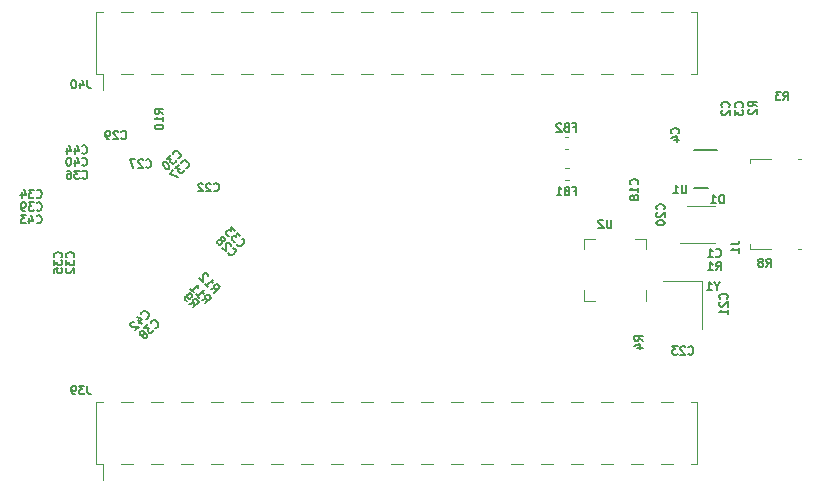
<source format=gbr>
G04 #@! TF.GenerationSoftware,KiCad,Pcbnew,(5.1.2)-2*
G04 #@! TF.CreationDate,2019-11-16T13:35:15-06:00*
G04 #@! TF.ProjectId,spi_control,7370695f-636f-46e7-9472-6f6c2e6b6963,rev?*
G04 #@! TF.SameCoordinates,Original*
G04 #@! TF.FileFunction,Legend,Bot*
G04 #@! TF.FilePolarity,Positive*
%FSLAX46Y46*%
G04 Gerber Fmt 4.6, Leading zero omitted, Abs format (unit mm)*
G04 Created by KiCad (PCBNEW (5.1.2)-2) date 2019-11-16 13:35:15*
%MOMM*%
%LPD*%
G04 APERTURE LIST*
%ADD10C,0.120000*%
%ADD11C,0.150000*%
G04 APERTURE END LIST*
D10*
X115823000Y-80169000D02*
X115823000Y-84169000D01*
X112523000Y-80169000D02*
X115823000Y-80169000D01*
X124202500Y-69786500D02*
X123942500Y-69786500D01*
X121662500Y-69786500D02*
X119892500Y-69786500D01*
X119892500Y-69786500D02*
X119892500Y-70166500D01*
X119892500Y-77406500D02*
X121662500Y-77406500D01*
X123942500Y-77406500D02*
X124202500Y-77406500D01*
X119892500Y-77406500D02*
X119892500Y-77026500D01*
X65110000Y-62600000D02*
X65110000Y-63960000D01*
X114890000Y-57400000D02*
X115460000Y-57400000D01*
X112350000Y-57400000D02*
X113370000Y-57400000D01*
X109810000Y-57400000D02*
X110830000Y-57400000D01*
X107270000Y-57400000D02*
X108290000Y-57400000D01*
X104730000Y-57400000D02*
X105750000Y-57400000D01*
X102190000Y-57400000D02*
X103210000Y-57400000D01*
X99650000Y-57400000D02*
X100670000Y-57400000D01*
X97110000Y-57400000D02*
X98130000Y-57400000D01*
X94570000Y-57400000D02*
X95590000Y-57400000D01*
X92030000Y-57400000D02*
X93050000Y-57400000D01*
X89490000Y-57400000D02*
X90510000Y-57400000D01*
X86950000Y-57400000D02*
X87970000Y-57400000D01*
X84410000Y-57400000D02*
X85430000Y-57400000D01*
X81870000Y-57400000D02*
X82890000Y-57400000D01*
X79330000Y-57400000D02*
X80350000Y-57400000D01*
X76790000Y-57400000D02*
X77810000Y-57400000D01*
X74250000Y-57400000D02*
X75270000Y-57400000D01*
X71710000Y-57400000D02*
X72730000Y-57400000D01*
X69170000Y-57400000D02*
X70190000Y-57400000D01*
X66630000Y-57400000D02*
X67650000Y-57400000D01*
X64540000Y-57400000D02*
X65110000Y-57400000D01*
X115460000Y-57400000D02*
X115460000Y-62600000D01*
X114890000Y-62600000D02*
X115460000Y-62600000D01*
X112350000Y-62600000D02*
X113370000Y-62600000D01*
X109810000Y-62600000D02*
X110830000Y-62600000D01*
X107270000Y-62600000D02*
X108290000Y-62600000D01*
X104730000Y-62600000D02*
X105750000Y-62600000D01*
X102190000Y-62600000D02*
X103210000Y-62600000D01*
X99650000Y-62600000D02*
X100670000Y-62600000D01*
X97110000Y-62600000D02*
X98130000Y-62600000D01*
X94570000Y-62600000D02*
X95590000Y-62600000D01*
X92030000Y-62600000D02*
X93050000Y-62600000D01*
X89490000Y-62600000D02*
X90510000Y-62600000D01*
X86950000Y-62600000D02*
X87970000Y-62600000D01*
X84410000Y-62600000D02*
X85430000Y-62600000D01*
X81870000Y-62600000D02*
X82890000Y-62600000D01*
X79330000Y-62600000D02*
X80350000Y-62600000D01*
X76790000Y-62600000D02*
X77810000Y-62600000D01*
X74250000Y-62600000D02*
X75270000Y-62600000D01*
X71710000Y-62600000D02*
X72730000Y-62600000D01*
X69170000Y-62600000D02*
X70190000Y-62600000D01*
X66630000Y-62600000D02*
X67650000Y-62600000D01*
X64540000Y-62600000D02*
X65110000Y-62600000D01*
X64540000Y-57400000D02*
X64540000Y-62600000D01*
X64540000Y-90394600D02*
X64540000Y-95594600D01*
X64540000Y-95594600D02*
X65110000Y-95594600D01*
X66630000Y-95594600D02*
X67650000Y-95594600D01*
X69170000Y-95594600D02*
X70190000Y-95594600D01*
X71710000Y-95594600D02*
X72730000Y-95594600D01*
X74250000Y-95594600D02*
X75270000Y-95594600D01*
X76790000Y-95594600D02*
X77810000Y-95594600D01*
X79330000Y-95594600D02*
X80350000Y-95594600D01*
X81870000Y-95594600D02*
X82890000Y-95594600D01*
X84410000Y-95594600D02*
X85430000Y-95594600D01*
X86950000Y-95594600D02*
X87970000Y-95594600D01*
X89490000Y-95594600D02*
X90510000Y-95594600D01*
X92030000Y-95594600D02*
X93050000Y-95594600D01*
X94570000Y-95594600D02*
X95590000Y-95594600D01*
X97110000Y-95594600D02*
X98130000Y-95594600D01*
X99650000Y-95594600D02*
X100670000Y-95594600D01*
X102190000Y-95594600D02*
X103210000Y-95594600D01*
X104730000Y-95594600D02*
X105750000Y-95594600D01*
X107270000Y-95594600D02*
X108290000Y-95594600D01*
X109810000Y-95594600D02*
X110830000Y-95594600D01*
X112350000Y-95594600D02*
X113370000Y-95594600D01*
X114890000Y-95594600D02*
X115460000Y-95594600D01*
X115460000Y-90394600D02*
X115460000Y-95594600D01*
X64540000Y-90394600D02*
X65110000Y-90394600D01*
X66630000Y-90394600D02*
X67650000Y-90394600D01*
X69170000Y-90394600D02*
X70190000Y-90394600D01*
X71710000Y-90394600D02*
X72730000Y-90394600D01*
X74250000Y-90394600D02*
X75270000Y-90394600D01*
X76790000Y-90394600D02*
X77810000Y-90394600D01*
X79330000Y-90394600D02*
X80350000Y-90394600D01*
X81870000Y-90394600D02*
X82890000Y-90394600D01*
X84410000Y-90394600D02*
X85430000Y-90394600D01*
X86950000Y-90394600D02*
X87970000Y-90394600D01*
X89490000Y-90394600D02*
X90510000Y-90394600D01*
X92030000Y-90394600D02*
X93050000Y-90394600D01*
X94570000Y-90394600D02*
X95590000Y-90394600D01*
X97110000Y-90394600D02*
X98130000Y-90394600D01*
X99650000Y-90394600D02*
X100670000Y-90394600D01*
X102190000Y-90394600D02*
X103210000Y-90394600D01*
X104730000Y-90394600D02*
X105750000Y-90394600D01*
X107270000Y-90394600D02*
X108290000Y-90394600D01*
X109810000Y-90394600D02*
X110830000Y-90394600D01*
X112350000Y-90394600D02*
X113370000Y-90394600D01*
X114890000Y-90394600D02*
X115460000Y-90394600D01*
X65110000Y-95594600D02*
X65110000Y-96954600D01*
X111068000Y-77474500D02*
X111068000Y-76574500D01*
X111068000Y-76574500D02*
X110168000Y-76574500D01*
X105848000Y-80894500D02*
X105848000Y-81794500D01*
X105848000Y-81794500D02*
X106748000Y-81794500D01*
X105848000Y-77474500D02*
X105848000Y-76574500D01*
X105848000Y-76574500D02*
X106748000Y-76574500D01*
X111068000Y-80894500D02*
X111068000Y-81794500D01*
D11*
X116335500Y-72300500D02*
X115185500Y-72300500D01*
X117110500Y-69050500D02*
X115185500Y-69050500D01*
D10*
X104205721Y-67943000D02*
X104531279Y-67943000D01*
X104205721Y-68963000D02*
X104531279Y-68963000D01*
X104231221Y-70610000D02*
X104556779Y-70610000D01*
X104231221Y-71630000D02*
X104556779Y-71630000D01*
X116960500Y-76924500D02*
X114010500Y-76924500D01*
X114560500Y-73824500D02*
X116960500Y-73824500D01*
D11*
X59505000Y-75205400D02*
X59538333Y-75238733D01*
X59638333Y-75272066D01*
X59705000Y-75272066D01*
X59805000Y-75238733D01*
X59871666Y-75172066D01*
X59905000Y-75105400D01*
X59938333Y-74972066D01*
X59938333Y-74872066D01*
X59905000Y-74738733D01*
X59871666Y-74672066D01*
X59805000Y-74605400D01*
X59705000Y-74572066D01*
X59638333Y-74572066D01*
X59538333Y-74605400D01*
X59505000Y-74638733D01*
X58905000Y-74805400D02*
X58905000Y-75272066D01*
X59071666Y-74538733D02*
X59238333Y-75038733D01*
X58805000Y-75038733D01*
X58605000Y-74572066D02*
X58171666Y-74572066D01*
X58405000Y-74838733D01*
X58305000Y-74838733D01*
X58238333Y-74872066D01*
X58205000Y-74905400D01*
X58171666Y-74972066D01*
X58171666Y-75138733D01*
X58205000Y-75205400D01*
X58238333Y-75238733D01*
X58305000Y-75272066D01*
X58505000Y-75272066D01*
X58571666Y-75238733D01*
X58605000Y-75205400D01*
X117109833Y-80564833D02*
X117109833Y-80898166D01*
X117343166Y-80198166D02*
X117109833Y-80564833D01*
X116876500Y-80198166D01*
X116276500Y-80898166D02*
X116676500Y-80898166D01*
X116476500Y-80898166D02*
X116476500Y-80198166D01*
X116543166Y-80298166D01*
X116609833Y-80364833D01*
X116676500Y-80398166D01*
X117020166Y-78037500D02*
X117053500Y-78070833D01*
X117153500Y-78104166D01*
X117220166Y-78104166D01*
X117320166Y-78070833D01*
X117386833Y-78004166D01*
X117420166Y-77937500D01*
X117453500Y-77804166D01*
X117453500Y-77704166D01*
X117420166Y-77570833D01*
X117386833Y-77504166D01*
X117320166Y-77437500D01*
X117220166Y-77404166D01*
X117153500Y-77404166D01*
X117053500Y-77437500D01*
X117020166Y-77470833D01*
X116353500Y-78104166D02*
X116753500Y-78104166D01*
X116553500Y-78104166D02*
X116553500Y-77404166D01*
X116620166Y-77504166D01*
X116686833Y-77570833D01*
X116753500Y-77604166D01*
X117020166Y-79247166D02*
X117253500Y-78913833D01*
X117420166Y-79247166D02*
X117420166Y-78547166D01*
X117153500Y-78547166D01*
X117086833Y-78580500D01*
X117053500Y-78613833D01*
X117020166Y-78680500D01*
X117020166Y-78780500D01*
X117053500Y-78847166D01*
X117086833Y-78880500D01*
X117153500Y-78913833D01*
X117420166Y-78913833D01*
X116353500Y-79247166D02*
X116753500Y-79247166D01*
X116553500Y-79247166D02*
X116553500Y-78547166D01*
X116620166Y-78647166D01*
X116686833Y-78713833D01*
X116753500Y-78747166D01*
X118298166Y-77046166D02*
X118798166Y-77046166D01*
X118898166Y-77012833D01*
X118964833Y-76946166D01*
X118998166Y-76846166D01*
X118998166Y-76779500D01*
X118998166Y-77746166D02*
X118998166Y-77346166D01*
X118998166Y-77546166D02*
X118298166Y-77546166D01*
X118398166Y-77479500D01*
X118464833Y-77412833D01*
X118498166Y-77346166D01*
X63812666Y-63116666D02*
X63812666Y-63616666D01*
X63846000Y-63716666D01*
X63912666Y-63783333D01*
X64012666Y-63816666D01*
X64079333Y-63816666D01*
X63179333Y-63350000D02*
X63179333Y-63816666D01*
X63346000Y-63083333D02*
X63512666Y-63583333D01*
X63079333Y-63583333D01*
X62679333Y-63116666D02*
X62612666Y-63116666D01*
X62546000Y-63150000D01*
X62512666Y-63183333D01*
X62479333Y-63250000D01*
X62446000Y-63383333D01*
X62446000Y-63550000D01*
X62479333Y-63683333D01*
X62512666Y-63750000D01*
X62546000Y-63783333D01*
X62612666Y-63816666D01*
X62679333Y-63816666D01*
X62746000Y-63783333D01*
X62779333Y-63750000D01*
X62812666Y-63683333D01*
X62846000Y-63550000D01*
X62846000Y-63383333D01*
X62812666Y-63250000D01*
X62779333Y-63183333D01*
X62746000Y-63150000D01*
X62679333Y-63116666D01*
X63812666Y-89024666D02*
X63812666Y-89524666D01*
X63846000Y-89624666D01*
X63912666Y-89691333D01*
X64012666Y-89724666D01*
X64079333Y-89724666D01*
X63546000Y-89024666D02*
X63112666Y-89024666D01*
X63346000Y-89291333D01*
X63246000Y-89291333D01*
X63179333Y-89324666D01*
X63146000Y-89358000D01*
X63112666Y-89424666D01*
X63112666Y-89591333D01*
X63146000Y-89658000D01*
X63179333Y-89691333D01*
X63246000Y-89724666D01*
X63446000Y-89724666D01*
X63512666Y-89691333D01*
X63546000Y-89658000D01*
X62779333Y-89724666D02*
X62646000Y-89724666D01*
X62579333Y-89691333D01*
X62546000Y-89658000D01*
X62479333Y-89558000D01*
X62446000Y-89424666D01*
X62446000Y-89158000D01*
X62479333Y-89091333D01*
X62512666Y-89058000D01*
X62579333Y-89024666D01*
X62712666Y-89024666D01*
X62779333Y-89058000D01*
X62812666Y-89091333D01*
X62846000Y-89158000D01*
X62846000Y-89324666D01*
X62812666Y-89391333D01*
X62779333Y-89424666D01*
X62712666Y-89458000D01*
X62579333Y-89458000D01*
X62512666Y-89424666D01*
X62479333Y-89391333D01*
X62446000Y-89324666D01*
X108178533Y-74953066D02*
X108178533Y-75519733D01*
X108145200Y-75586400D01*
X108111866Y-75619733D01*
X108045200Y-75653066D01*
X107911866Y-75653066D01*
X107845200Y-75619733D01*
X107811866Y-75586400D01*
X107778533Y-75519733D01*
X107778533Y-74953066D01*
X107478533Y-75019733D02*
X107445200Y-74986400D01*
X107378533Y-74953066D01*
X107211866Y-74953066D01*
X107145200Y-74986400D01*
X107111866Y-75019733D01*
X107078533Y-75086400D01*
X107078533Y-75153066D01*
X107111866Y-75253066D01*
X107511866Y-75653066D01*
X107078533Y-75653066D01*
X114515833Y-72006666D02*
X114515833Y-72573333D01*
X114482500Y-72640000D01*
X114449166Y-72673333D01*
X114382500Y-72706666D01*
X114249166Y-72706666D01*
X114182500Y-72673333D01*
X114149166Y-72640000D01*
X114115833Y-72573333D01*
X114115833Y-72006666D01*
X113415833Y-72706666D02*
X113815833Y-72706666D01*
X113615833Y-72706666D02*
X113615833Y-72006666D01*
X113682500Y-72106666D01*
X113749166Y-72173333D01*
X113815833Y-72206666D01*
X74238621Y-80845956D02*
X74639315Y-80775245D01*
X74521464Y-81128798D02*
X75016439Y-80633824D01*
X74827877Y-80445262D01*
X74757166Y-80421692D01*
X74710026Y-80421692D01*
X74639315Y-80445262D01*
X74568605Y-80515973D01*
X74545034Y-80586683D01*
X74545034Y-80633824D01*
X74568605Y-80704534D01*
X74757166Y-80893096D01*
X73767217Y-80374551D02*
X74050060Y-80657394D01*
X73908638Y-80515973D02*
X74403613Y-80020998D01*
X74380043Y-80138849D01*
X74380043Y-80233130D01*
X74403613Y-80303841D01*
X74026489Y-79738155D02*
X74026489Y-79691015D01*
X74002919Y-79620304D01*
X73885068Y-79502453D01*
X73814357Y-79478883D01*
X73767217Y-79478883D01*
X73696506Y-79502453D01*
X73649366Y-79549593D01*
X73602225Y-79643874D01*
X73602225Y-80209560D01*
X73295812Y-79903147D01*
X73476621Y-81751640D02*
X73877315Y-81680929D01*
X73759464Y-82034482D02*
X74254439Y-81539508D01*
X74065877Y-81350946D01*
X73995166Y-81327376D01*
X73948026Y-81327376D01*
X73877315Y-81350946D01*
X73806605Y-81421657D01*
X73783034Y-81492367D01*
X73783034Y-81539508D01*
X73806605Y-81610218D01*
X73995166Y-81798780D01*
X73005217Y-81280235D02*
X73288060Y-81563078D01*
X73146638Y-81421657D02*
X73641613Y-80926682D01*
X73618043Y-81044533D01*
X73618043Y-81138814D01*
X73641613Y-81209525D01*
X72533812Y-80808831D02*
X72816655Y-81091673D01*
X72675234Y-80950252D02*
X73170208Y-80455277D01*
X73146638Y-80573128D01*
X73146638Y-80667409D01*
X73170208Y-80738120D01*
X70217466Y-65971000D02*
X69884133Y-65737666D01*
X70217466Y-65571000D02*
X69517466Y-65571000D01*
X69517466Y-65837666D01*
X69550800Y-65904333D01*
X69584133Y-65937666D01*
X69650800Y-65971000D01*
X69750800Y-65971000D01*
X69817466Y-65937666D01*
X69850800Y-65904333D01*
X69884133Y-65837666D01*
X69884133Y-65571000D01*
X70217466Y-66637666D02*
X70217466Y-66237666D01*
X70217466Y-66437666D02*
X69517466Y-66437666D01*
X69617466Y-66371000D01*
X69684133Y-66304333D01*
X69717466Y-66237666D01*
X69517466Y-67071000D02*
X69517466Y-67137666D01*
X69550800Y-67204333D01*
X69584133Y-67237666D01*
X69650800Y-67271000D01*
X69784133Y-67304333D01*
X69950800Y-67304333D01*
X70084133Y-67271000D01*
X70150800Y-67237666D01*
X70184133Y-67204333D01*
X70217466Y-67137666D01*
X70217466Y-67071000D01*
X70184133Y-67004333D01*
X70150800Y-66971000D01*
X70084133Y-66937666D01*
X69950800Y-66904333D01*
X69784133Y-66904333D01*
X69650800Y-66937666D01*
X69584133Y-66971000D01*
X69550800Y-67004333D01*
X69517466Y-67071000D01*
X72439078Y-82094412D02*
X72839772Y-82023702D01*
X72721921Y-82377255D02*
X73216896Y-81882280D01*
X73028334Y-81693719D01*
X72957623Y-81670148D01*
X72910483Y-81670148D01*
X72839772Y-81693719D01*
X72769061Y-81764429D01*
X72745491Y-81835140D01*
X72745491Y-81882280D01*
X72769061Y-81952991D01*
X72957623Y-82141553D01*
X72203376Y-81858710D02*
X72109095Y-81764429D01*
X72085525Y-81693719D01*
X72085525Y-81646578D01*
X72109095Y-81528727D01*
X72179806Y-81410876D01*
X72368367Y-81222314D01*
X72439078Y-81198744D01*
X72486219Y-81198744D01*
X72556929Y-81222314D01*
X72651210Y-81316595D01*
X72674780Y-81387306D01*
X72674780Y-81434446D01*
X72651210Y-81505157D01*
X72533359Y-81623008D01*
X72462648Y-81646578D01*
X72415508Y-81646578D01*
X72344797Y-81623008D01*
X72250516Y-81528727D01*
X72226946Y-81458016D01*
X72226946Y-81410876D01*
X72250516Y-81340165D01*
X121274666Y-78955066D02*
X121508000Y-78621733D01*
X121674666Y-78955066D02*
X121674666Y-78255066D01*
X121408000Y-78255066D01*
X121341333Y-78288400D01*
X121308000Y-78321733D01*
X121274666Y-78388400D01*
X121274666Y-78488400D01*
X121308000Y-78555066D01*
X121341333Y-78588400D01*
X121408000Y-78621733D01*
X121674666Y-78621733D01*
X120874666Y-78555066D02*
X120941333Y-78521733D01*
X120974666Y-78488400D01*
X121008000Y-78421733D01*
X121008000Y-78388400D01*
X120974666Y-78321733D01*
X120941333Y-78288400D01*
X120874666Y-78255066D01*
X120741333Y-78255066D01*
X120674666Y-78288400D01*
X120641333Y-78321733D01*
X120608000Y-78388400D01*
X120608000Y-78421733D01*
X120641333Y-78488400D01*
X120674666Y-78521733D01*
X120741333Y-78555066D01*
X120874666Y-78555066D01*
X120941333Y-78588400D01*
X120974666Y-78621733D01*
X121008000Y-78688400D01*
X121008000Y-78821733D01*
X120974666Y-78888400D01*
X120941333Y-78921733D01*
X120874666Y-78955066D01*
X120741333Y-78955066D01*
X120674666Y-78921733D01*
X120641333Y-78888400D01*
X120608000Y-78821733D01*
X120608000Y-78688400D01*
X120641333Y-78621733D01*
X120674666Y-78588400D01*
X120741333Y-78555066D01*
X110806666Y-85227333D02*
X110473333Y-84994000D01*
X110806666Y-84827333D02*
X110106666Y-84827333D01*
X110106666Y-85094000D01*
X110140000Y-85160666D01*
X110173333Y-85194000D01*
X110240000Y-85227333D01*
X110340000Y-85227333D01*
X110406666Y-85194000D01*
X110440000Y-85160666D01*
X110473333Y-85094000D01*
X110473333Y-84827333D01*
X110340000Y-85827333D02*
X110806666Y-85827333D01*
X110073333Y-85660666D02*
X110573333Y-85494000D01*
X110573333Y-85927333D01*
X122735166Y-64832666D02*
X122968500Y-64499333D01*
X123135166Y-64832666D02*
X123135166Y-64132666D01*
X122868500Y-64132666D01*
X122801833Y-64166000D01*
X122768500Y-64199333D01*
X122735166Y-64266000D01*
X122735166Y-64366000D01*
X122768500Y-64432666D01*
X122801833Y-64466000D01*
X122868500Y-64499333D01*
X123135166Y-64499333D01*
X122501833Y-64132666D02*
X122068500Y-64132666D01*
X122301833Y-64399333D01*
X122201833Y-64399333D01*
X122135166Y-64432666D01*
X122101833Y-64466000D01*
X122068500Y-64532666D01*
X122068500Y-64699333D01*
X122101833Y-64766000D01*
X122135166Y-64799333D01*
X122201833Y-64832666D01*
X122401833Y-64832666D01*
X122468500Y-64799333D01*
X122501833Y-64766000D01*
X120458666Y-65351833D02*
X120125333Y-65118500D01*
X120458666Y-64951833D02*
X119758666Y-64951833D01*
X119758666Y-65218500D01*
X119792000Y-65285166D01*
X119825333Y-65318500D01*
X119892000Y-65351833D01*
X119992000Y-65351833D01*
X120058666Y-65318500D01*
X120092000Y-65285166D01*
X120125333Y-65218500D01*
X120125333Y-64951833D01*
X119825333Y-65618500D02*
X119792000Y-65651833D01*
X119758666Y-65718500D01*
X119758666Y-65885166D01*
X119792000Y-65951833D01*
X119825333Y-65985166D01*
X119892000Y-66018500D01*
X119958666Y-66018500D01*
X120058666Y-65985166D01*
X120458666Y-65585166D01*
X120458666Y-66018500D01*
X104951833Y-67133000D02*
X105185166Y-67133000D01*
X105185166Y-67499666D02*
X105185166Y-66799666D01*
X104851833Y-66799666D01*
X104351833Y-67133000D02*
X104251833Y-67166333D01*
X104218500Y-67199666D01*
X104185166Y-67266333D01*
X104185166Y-67366333D01*
X104218500Y-67433000D01*
X104251833Y-67466333D01*
X104318500Y-67499666D01*
X104585166Y-67499666D01*
X104585166Y-66799666D01*
X104351833Y-66799666D01*
X104285166Y-66833000D01*
X104251833Y-66866333D01*
X104218500Y-66933000D01*
X104218500Y-66999666D01*
X104251833Y-67066333D01*
X104285166Y-67099666D01*
X104351833Y-67133000D01*
X104585166Y-67133000D01*
X103918500Y-66866333D02*
X103885166Y-66833000D01*
X103818500Y-66799666D01*
X103651833Y-66799666D01*
X103585166Y-66833000D01*
X103551833Y-66866333D01*
X103518500Y-66933000D01*
X103518500Y-66999666D01*
X103551833Y-67099666D01*
X103951833Y-67499666D01*
X103518500Y-67499666D01*
X104977333Y-72500000D02*
X105210666Y-72500000D01*
X105210666Y-72866666D02*
X105210666Y-72166666D01*
X104877333Y-72166666D01*
X104377333Y-72500000D02*
X104277333Y-72533333D01*
X104244000Y-72566666D01*
X104210666Y-72633333D01*
X104210666Y-72733333D01*
X104244000Y-72800000D01*
X104277333Y-72833333D01*
X104344000Y-72866666D01*
X104610666Y-72866666D01*
X104610666Y-72166666D01*
X104377333Y-72166666D01*
X104310666Y-72200000D01*
X104277333Y-72233333D01*
X104244000Y-72300000D01*
X104244000Y-72366666D01*
X104277333Y-72433333D01*
X104310666Y-72466666D01*
X104377333Y-72500000D01*
X104610666Y-72500000D01*
X103544000Y-72866666D02*
X103944000Y-72866666D01*
X103744000Y-72866666D02*
X103744000Y-72166666D01*
X103810666Y-72266666D01*
X103877333Y-72333333D01*
X103944000Y-72366666D01*
X117674166Y-73532166D02*
X117674166Y-72832166D01*
X117507500Y-72832166D01*
X117407500Y-72865500D01*
X117340833Y-72932166D01*
X117307500Y-72998833D01*
X117274166Y-73132166D01*
X117274166Y-73232166D01*
X117307500Y-73365500D01*
X117340833Y-73432166D01*
X117407500Y-73498833D01*
X117507500Y-73532166D01*
X117674166Y-73532166D01*
X116607500Y-73532166D02*
X117007500Y-73532166D01*
X116807500Y-73532166D02*
X116807500Y-72832166D01*
X116874166Y-72932166D01*
X116940833Y-72998833D01*
X117007500Y-73032166D01*
X63350000Y-69300000D02*
X63383333Y-69333333D01*
X63483333Y-69366666D01*
X63550000Y-69366666D01*
X63650000Y-69333333D01*
X63716666Y-69266666D01*
X63750000Y-69200000D01*
X63783333Y-69066666D01*
X63783333Y-68966666D01*
X63750000Y-68833333D01*
X63716666Y-68766666D01*
X63650000Y-68700000D01*
X63550000Y-68666666D01*
X63483333Y-68666666D01*
X63383333Y-68700000D01*
X63350000Y-68733333D01*
X62750000Y-68900000D02*
X62750000Y-69366666D01*
X62916666Y-68633333D02*
X63083333Y-69133333D01*
X62650000Y-69133333D01*
X62083333Y-68900000D02*
X62083333Y-69366666D01*
X62250000Y-68633333D02*
X62416666Y-69133333D01*
X61983333Y-69133333D01*
X68771996Y-83321156D02*
X68819137Y-83321156D01*
X68913418Y-83274016D01*
X68960558Y-83226875D01*
X69007699Y-83132594D01*
X69007699Y-83038313D01*
X68984128Y-82967603D01*
X68913418Y-82849752D01*
X68842707Y-82779041D01*
X68724856Y-82708330D01*
X68654145Y-82684760D01*
X68559864Y-82684760D01*
X68465583Y-82731900D01*
X68418443Y-82779041D01*
X68371302Y-82873322D01*
X68371302Y-82920462D01*
X68064889Y-83462578D02*
X68394873Y-83792561D01*
X67994179Y-83156165D02*
X68465583Y-83391867D01*
X68159170Y-83698280D01*
X67711336Y-83580429D02*
X67664196Y-83580429D01*
X67593485Y-83603999D01*
X67475634Y-83721850D01*
X67452064Y-83792561D01*
X67452064Y-83839701D01*
X67475634Y-83910412D01*
X67522774Y-83957552D01*
X67617055Y-84004693D01*
X68182741Y-84004693D01*
X67876328Y-84311106D01*
X63360000Y-70325000D02*
X63393333Y-70358333D01*
X63493333Y-70391666D01*
X63560000Y-70391666D01*
X63660000Y-70358333D01*
X63726666Y-70291666D01*
X63760000Y-70225000D01*
X63793333Y-70091666D01*
X63793333Y-69991666D01*
X63760000Y-69858333D01*
X63726666Y-69791666D01*
X63660000Y-69725000D01*
X63560000Y-69691666D01*
X63493333Y-69691666D01*
X63393333Y-69725000D01*
X63360000Y-69758333D01*
X62760000Y-69925000D02*
X62760000Y-70391666D01*
X62926666Y-69658333D02*
X63093333Y-70158333D01*
X62660000Y-70158333D01*
X62260000Y-69691666D02*
X62193333Y-69691666D01*
X62126666Y-69725000D01*
X62093333Y-69758333D01*
X62060000Y-69825000D01*
X62026666Y-69958333D01*
X62026666Y-70125000D01*
X62060000Y-70258333D01*
X62093333Y-70325000D01*
X62126666Y-70358333D01*
X62193333Y-70391666D01*
X62260000Y-70391666D01*
X62326666Y-70358333D01*
X62360000Y-70325000D01*
X62393333Y-70258333D01*
X62426666Y-70125000D01*
X62426666Y-69958333D01*
X62393333Y-69825000D01*
X62360000Y-69758333D01*
X62326666Y-69725000D01*
X62260000Y-69691666D01*
X59505000Y-74125900D02*
X59538333Y-74159233D01*
X59638333Y-74192566D01*
X59705000Y-74192566D01*
X59805000Y-74159233D01*
X59871666Y-74092566D01*
X59905000Y-74025900D01*
X59938333Y-73892566D01*
X59938333Y-73792566D01*
X59905000Y-73659233D01*
X59871666Y-73592566D01*
X59805000Y-73525900D01*
X59705000Y-73492566D01*
X59638333Y-73492566D01*
X59538333Y-73525900D01*
X59505000Y-73559233D01*
X59271666Y-73492566D02*
X58838333Y-73492566D01*
X59071666Y-73759233D01*
X58971666Y-73759233D01*
X58905000Y-73792566D01*
X58871666Y-73825900D01*
X58838333Y-73892566D01*
X58838333Y-74059233D01*
X58871666Y-74125900D01*
X58905000Y-74159233D01*
X58971666Y-74192566D01*
X59171666Y-74192566D01*
X59238333Y-74159233D01*
X59271666Y-74125900D01*
X58505000Y-74192566D02*
X58371666Y-74192566D01*
X58305000Y-74159233D01*
X58271666Y-74125900D01*
X58205000Y-74025900D01*
X58171666Y-73892566D01*
X58171666Y-73625900D01*
X58205000Y-73559233D01*
X58238333Y-73525900D01*
X58305000Y-73492566D01*
X58438333Y-73492566D01*
X58505000Y-73525900D01*
X58538333Y-73559233D01*
X58571666Y-73625900D01*
X58571666Y-73792566D01*
X58538333Y-73859233D01*
X58505000Y-73892566D01*
X58438333Y-73925900D01*
X58305000Y-73925900D01*
X58238333Y-73892566D01*
X58205000Y-73859233D01*
X58171666Y-73792566D01*
X69558116Y-84090388D02*
X69605257Y-84090388D01*
X69699538Y-84043248D01*
X69746678Y-83996107D01*
X69793819Y-83901826D01*
X69793819Y-83807545D01*
X69770248Y-83736835D01*
X69699538Y-83618984D01*
X69628827Y-83548273D01*
X69510976Y-83477562D01*
X69440265Y-83453992D01*
X69345984Y-83453992D01*
X69251703Y-83501132D01*
X69204563Y-83548273D01*
X69157422Y-83642554D01*
X69157422Y-83689694D01*
X68945290Y-83807545D02*
X68638877Y-84113958D01*
X68992431Y-84137529D01*
X68921720Y-84208239D01*
X68898150Y-84278950D01*
X68898150Y-84326090D01*
X68921720Y-84396801D01*
X69039571Y-84514652D01*
X69110282Y-84538222D01*
X69157422Y-84538222D01*
X69228133Y-84514652D01*
X69369554Y-84373231D01*
X69393125Y-84302520D01*
X69393125Y-84255380D01*
X68568167Y-84608933D02*
X68591737Y-84538222D01*
X68591737Y-84491082D01*
X68568167Y-84420371D01*
X68544597Y-84396801D01*
X68473886Y-84373231D01*
X68426745Y-84373231D01*
X68356035Y-84396801D01*
X68261754Y-84491082D01*
X68238184Y-84561793D01*
X68238184Y-84608933D01*
X68261754Y-84679644D01*
X68285324Y-84703214D01*
X68356035Y-84726784D01*
X68403175Y-84726784D01*
X68473886Y-84703214D01*
X68568167Y-84608933D01*
X68638877Y-84585363D01*
X68686018Y-84585363D01*
X68756729Y-84608933D01*
X68851009Y-84703214D01*
X68874580Y-84773925D01*
X68874580Y-84821065D01*
X68851009Y-84891776D01*
X68756729Y-84986057D01*
X68686018Y-85009627D01*
X68638877Y-85009627D01*
X68568167Y-84986057D01*
X68473886Y-84891776D01*
X68450316Y-84821065D01*
X68450316Y-84773925D01*
X68473886Y-84703214D01*
X72173774Y-70572178D02*
X72220915Y-70572178D01*
X72315196Y-70525038D01*
X72362336Y-70477897D01*
X72409477Y-70383616D01*
X72409477Y-70289335D01*
X72385906Y-70218625D01*
X72315196Y-70100774D01*
X72244485Y-70030063D01*
X72126634Y-69959352D01*
X72055923Y-69935782D01*
X71961642Y-69935782D01*
X71867361Y-69982922D01*
X71820221Y-70030063D01*
X71773080Y-70124344D01*
X71773080Y-70171484D01*
X71560948Y-70289335D02*
X71254535Y-70595748D01*
X71608089Y-70619319D01*
X71537378Y-70690029D01*
X71513808Y-70760740D01*
X71513808Y-70807880D01*
X71537378Y-70878591D01*
X71655229Y-70996442D01*
X71725940Y-71020012D01*
X71773080Y-71020012D01*
X71843791Y-70996442D01*
X71985212Y-70855021D01*
X72008783Y-70784310D01*
X72008783Y-70737170D01*
X71089544Y-70760740D02*
X70759561Y-71090723D01*
X71466667Y-71373566D01*
X63375000Y-71425000D02*
X63408333Y-71458333D01*
X63508333Y-71491666D01*
X63575000Y-71491666D01*
X63675000Y-71458333D01*
X63741666Y-71391666D01*
X63775000Y-71325000D01*
X63808333Y-71191666D01*
X63808333Y-71091666D01*
X63775000Y-70958333D01*
X63741666Y-70891666D01*
X63675000Y-70825000D01*
X63575000Y-70791666D01*
X63508333Y-70791666D01*
X63408333Y-70825000D01*
X63375000Y-70858333D01*
X63141666Y-70791666D02*
X62708333Y-70791666D01*
X62941666Y-71058333D01*
X62841666Y-71058333D01*
X62775000Y-71091666D01*
X62741666Y-71125000D01*
X62708333Y-71191666D01*
X62708333Y-71358333D01*
X62741666Y-71425000D01*
X62775000Y-71458333D01*
X62841666Y-71491666D01*
X63041666Y-71491666D01*
X63108333Y-71458333D01*
X63141666Y-71425000D01*
X62108333Y-70791666D02*
X62241666Y-70791666D01*
X62308333Y-70825000D01*
X62341666Y-70858333D01*
X62408333Y-70958333D01*
X62441666Y-71091666D01*
X62441666Y-71358333D01*
X62408333Y-71425000D01*
X62375000Y-71458333D01*
X62308333Y-71491666D01*
X62175000Y-71491666D01*
X62108333Y-71458333D01*
X62075000Y-71425000D01*
X62041666Y-71358333D01*
X62041666Y-71191666D01*
X62075000Y-71125000D01*
X62108333Y-71091666D01*
X62175000Y-71058333D01*
X62308333Y-71058333D01*
X62375000Y-71091666D01*
X62408333Y-71125000D01*
X62441666Y-71191666D01*
X61583440Y-78132800D02*
X61616773Y-78099466D01*
X61650106Y-77999466D01*
X61650106Y-77932800D01*
X61616773Y-77832800D01*
X61550106Y-77766133D01*
X61483440Y-77732800D01*
X61350106Y-77699466D01*
X61250106Y-77699466D01*
X61116773Y-77732800D01*
X61050106Y-77766133D01*
X60983440Y-77832800D01*
X60950106Y-77932800D01*
X60950106Y-77999466D01*
X60983440Y-78099466D01*
X61016773Y-78132800D01*
X60950106Y-78366133D02*
X60950106Y-78799466D01*
X61216773Y-78566133D01*
X61216773Y-78666133D01*
X61250106Y-78732800D01*
X61283440Y-78766133D01*
X61350106Y-78799466D01*
X61516773Y-78799466D01*
X61583440Y-78766133D01*
X61616773Y-78732800D01*
X61650106Y-78666133D01*
X61650106Y-78466133D01*
X61616773Y-78399466D01*
X61583440Y-78366133D01*
X60950106Y-79432800D02*
X60950106Y-79099466D01*
X61283440Y-79066133D01*
X61250106Y-79099466D01*
X61216773Y-79166133D01*
X61216773Y-79332800D01*
X61250106Y-79399466D01*
X61283440Y-79432800D01*
X61350106Y-79466133D01*
X61516773Y-79466133D01*
X61583440Y-79432800D01*
X61616773Y-79399466D01*
X61650106Y-79332800D01*
X61650106Y-79166133D01*
X61616773Y-79099466D01*
X61583440Y-79066133D01*
X59505000Y-73046400D02*
X59538333Y-73079733D01*
X59638333Y-73113066D01*
X59705000Y-73113066D01*
X59805000Y-73079733D01*
X59871666Y-73013066D01*
X59905000Y-72946400D01*
X59938333Y-72813066D01*
X59938333Y-72713066D01*
X59905000Y-72579733D01*
X59871666Y-72513066D01*
X59805000Y-72446400D01*
X59705000Y-72413066D01*
X59638333Y-72413066D01*
X59538333Y-72446400D01*
X59505000Y-72479733D01*
X59271666Y-72413066D02*
X58838333Y-72413066D01*
X59071666Y-72679733D01*
X58971666Y-72679733D01*
X58905000Y-72713066D01*
X58871666Y-72746400D01*
X58838333Y-72813066D01*
X58838333Y-72979733D01*
X58871666Y-73046400D01*
X58905000Y-73079733D01*
X58971666Y-73113066D01*
X59171666Y-73113066D01*
X59238333Y-73079733D01*
X59271666Y-73046400D01*
X58238333Y-72646400D02*
X58238333Y-73113066D01*
X58405000Y-72379733D02*
X58571666Y-72879733D01*
X58138333Y-72879733D01*
X76464501Y-76970454D02*
X76464501Y-77017595D01*
X76511641Y-77111876D01*
X76558782Y-77159016D01*
X76653063Y-77206157D01*
X76747344Y-77206157D01*
X76818054Y-77182586D01*
X76935905Y-77111876D01*
X77006616Y-77041165D01*
X77077327Y-76923314D01*
X77100897Y-76852603D01*
X77100897Y-76758322D01*
X77053757Y-76664041D01*
X77006616Y-76616901D01*
X76912335Y-76569760D01*
X76865195Y-76569760D01*
X76747344Y-76357628D02*
X76440931Y-76051215D01*
X76417360Y-76404769D01*
X76346650Y-76334058D01*
X76275939Y-76310488D01*
X76228799Y-76310488D01*
X76158088Y-76334058D01*
X76040237Y-76451909D01*
X76016667Y-76522620D01*
X76016667Y-76569760D01*
X76040237Y-76640471D01*
X76181658Y-76781892D01*
X76252369Y-76805463D01*
X76299509Y-76805463D01*
X76275939Y-75886224D02*
X75969526Y-75579811D01*
X75945956Y-75933364D01*
X75875245Y-75862654D01*
X75804535Y-75839083D01*
X75757394Y-75839083D01*
X75686683Y-75862654D01*
X75568832Y-75980505D01*
X75545262Y-76051215D01*
X75545262Y-76098356D01*
X75568832Y-76169067D01*
X75710254Y-76310488D01*
X75780964Y-76334058D01*
X75828105Y-76334058D01*
X62632400Y-78137600D02*
X62665733Y-78104266D01*
X62699066Y-78004266D01*
X62699066Y-77937600D01*
X62665733Y-77837600D01*
X62599066Y-77770933D01*
X62532400Y-77737600D01*
X62399066Y-77704266D01*
X62299066Y-77704266D01*
X62165733Y-77737600D01*
X62099066Y-77770933D01*
X62032400Y-77837600D01*
X61999066Y-77937600D01*
X61999066Y-78004266D01*
X62032400Y-78104266D01*
X62065733Y-78137600D01*
X61999066Y-78370933D02*
X61999066Y-78804266D01*
X62265733Y-78570933D01*
X62265733Y-78670933D01*
X62299066Y-78737600D01*
X62332400Y-78770933D01*
X62399066Y-78804266D01*
X62565733Y-78804266D01*
X62632400Y-78770933D01*
X62665733Y-78737600D01*
X62699066Y-78670933D01*
X62699066Y-78470933D01*
X62665733Y-78404266D01*
X62632400Y-78370933D01*
X62065733Y-79070933D02*
X62032400Y-79104266D01*
X61999066Y-79170933D01*
X61999066Y-79337600D01*
X62032400Y-79404266D01*
X62065733Y-79437600D01*
X62132400Y-79470933D01*
X62199066Y-79470933D01*
X62299066Y-79437600D01*
X62699066Y-79037600D01*
X62699066Y-79470933D01*
X71462574Y-69759378D02*
X71509715Y-69759378D01*
X71603996Y-69712238D01*
X71651136Y-69665097D01*
X71698277Y-69570816D01*
X71698277Y-69476535D01*
X71674706Y-69405825D01*
X71603996Y-69287974D01*
X71533285Y-69217263D01*
X71415434Y-69146552D01*
X71344723Y-69122982D01*
X71250442Y-69122982D01*
X71156161Y-69170122D01*
X71109021Y-69217263D01*
X71061880Y-69311544D01*
X71061880Y-69358684D01*
X70849748Y-69476535D02*
X70543335Y-69782948D01*
X70896889Y-69806519D01*
X70826178Y-69877229D01*
X70802608Y-69947940D01*
X70802608Y-69995080D01*
X70826178Y-70065791D01*
X70944029Y-70183642D01*
X71014740Y-70207212D01*
X71061880Y-70207212D01*
X71132591Y-70183642D01*
X71274012Y-70042221D01*
X71297583Y-69971510D01*
X71297583Y-69924370D01*
X70236922Y-70089361D02*
X70189782Y-70136502D01*
X70166212Y-70207212D01*
X70166212Y-70254353D01*
X70189782Y-70325064D01*
X70260493Y-70442915D01*
X70378344Y-70560766D01*
X70496195Y-70631477D01*
X70566906Y-70655047D01*
X70614046Y-70655047D01*
X70684757Y-70631477D01*
X70731897Y-70584336D01*
X70755467Y-70513625D01*
X70755467Y-70466485D01*
X70731897Y-70395774D01*
X70661187Y-70277923D01*
X70543335Y-70160072D01*
X70425484Y-70089361D01*
X70354774Y-70065791D01*
X70307633Y-70065791D01*
X70236922Y-70089361D01*
X66670200Y-68068000D02*
X66703533Y-68101333D01*
X66803533Y-68134666D01*
X66870200Y-68134666D01*
X66970200Y-68101333D01*
X67036866Y-68034666D01*
X67070200Y-67968000D01*
X67103533Y-67834666D01*
X67103533Y-67734666D01*
X67070200Y-67601333D01*
X67036866Y-67534666D01*
X66970200Y-67468000D01*
X66870200Y-67434666D01*
X66803533Y-67434666D01*
X66703533Y-67468000D01*
X66670200Y-67501333D01*
X66403533Y-67501333D02*
X66370200Y-67468000D01*
X66303533Y-67434666D01*
X66136866Y-67434666D01*
X66070200Y-67468000D01*
X66036866Y-67501333D01*
X66003533Y-67568000D01*
X66003533Y-67634666D01*
X66036866Y-67734666D01*
X66436866Y-68134666D01*
X66003533Y-68134666D01*
X65670200Y-68134666D02*
X65536866Y-68134666D01*
X65470200Y-68101333D01*
X65436866Y-68068000D01*
X65370200Y-67968000D01*
X65336866Y-67834666D01*
X65336866Y-67568000D01*
X65370200Y-67501333D01*
X65403533Y-67468000D01*
X65470200Y-67434666D01*
X65603533Y-67434666D01*
X65670200Y-67468000D01*
X65703533Y-67501333D01*
X65736866Y-67568000D01*
X65736866Y-67734666D01*
X65703533Y-67801333D01*
X65670200Y-67834666D01*
X65603533Y-67868000D01*
X65470200Y-67868000D01*
X65403533Y-67834666D01*
X65370200Y-67801333D01*
X65336866Y-67734666D01*
X75715154Y-77745107D02*
X75715154Y-77792248D01*
X75762294Y-77886529D01*
X75809435Y-77933669D01*
X75903716Y-77980810D01*
X75997997Y-77980810D01*
X76068707Y-77957239D01*
X76186558Y-77886529D01*
X76257269Y-77815818D01*
X76327980Y-77697967D01*
X76351550Y-77627256D01*
X76351550Y-77532975D01*
X76304410Y-77438694D01*
X76257269Y-77391554D01*
X76162988Y-77344413D01*
X76115848Y-77344413D01*
X75927286Y-77155852D02*
X75927286Y-77108711D01*
X75903716Y-77038000D01*
X75785865Y-76920149D01*
X75715154Y-76896579D01*
X75668013Y-76896579D01*
X75597303Y-76920149D01*
X75550162Y-76967290D01*
X75503022Y-77061571D01*
X75503022Y-77627256D01*
X75196609Y-77320843D01*
X75196609Y-76755158D02*
X75267320Y-76778728D01*
X75314460Y-76778728D01*
X75385171Y-76755158D01*
X75408741Y-76731588D01*
X75432311Y-76660877D01*
X75432311Y-76613736D01*
X75408741Y-76543026D01*
X75314460Y-76448745D01*
X75243749Y-76425175D01*
X75196609Y-76425175D01*
X75125898Y-76448745D01*
X75102328Y-76472315D01*
X75078758Y-76543026D01*
X75078758Y-76590166D01*
X75102328Y-76660877D01*
X75196609Y-76755158D01*
X75220179Y-76825868D01*
X75220179Y-76873009D01*
X75196609Y-76943720D01*
X75102328Y-77038000D01*
X75031617Y-77061571D01*
X74984477Y-77061571D01*
X74913766Y-77038000D01*
X74819485Y-76943720D01*
X74795915Y-76873009D01*
X74795915Y-76825868D01*
X74819485Y-76755158D01*
X74913766Y-76660877D01*
X74984477Y-76637307D01*
X75031617Y-76637307D01*
X75102328Y-76660877D01*
X68776000Y-70481000D02*
X68809333Y-70514333D01*
X68909333Y-70547666D01*
X68976000Y-70547666D01*
X69076000Y-70514333D01*
X69142666Y-70447666D01*
X69176000Y-70381000D01*
X69209333Y-70247666D01*
X69209333Y-70147666D01*
X69176000Y-70014333D01*
X69142666Y-69947666D01*
X69076000Y-69881000D01*
X68976000Y-69847666D01*
X68909333Y-69847666D01*
X68809333Y-69881000D01*
X68776000Y-69914333D01*
X68509333Y-69914333D02*
X68476000Y-69881000D01*
X68409333Y-69847666D01*
X68242666Y-69847666D01*
X68176000Y-69881000D01*
X68142666Y-69914333D01*
X68109333Y-69981000D01*
X68109333Y-70047666D01*
X68142666Y-70147666D01*
X68542666Y-70547666D01*
X68109333Y-70547666D01*
X67876000Y-69847666D02*
X67409333Y-69847666D01*
X67709333Y-70547666D01*
X114676200Y-86305200D02*
X114709533Y-86338533D01*
X114809533Y-86371866D01*
X114876200Y-86371866D01*
X114976200Y-86338533D01*
X115042866Y-86271866D01*
X115076200Y-86205200D01*
X115109533Y-86071866D01*
X115109533Y-85971866D01*
X115076200Y-85838533D01*
X115042866Y-85771866D01*
X114976200Y-85705200D01*
X114876200Y-85671866D01*
X114809533Y-85671866D01*
X114709533Y-85705200D01*
X114676200Y-85738533D01*
X114409533Y-85738533D02*
X114376200Y-85705200D01*
X114309533Y-85671866D01*
X114142866Y-85671866D01*
X114076200Y-85705200D01*
X114042866Y-85738533D01*
X114009533Y-85805200D01*
X114009533Y-85871866D01*
X114042866Y-85971866D01*
X114442866Y-86371866D01*
X114009533Y-86371866D01*
X113776200Y-85671866D02*
X113342866Y-85671866D01*
X113576200Y-85938533D01*
X113476200Y-85938533D01*
X113409533Y-85971866D01*
X113376200Y-86005200D01*
X113342866Y-86071866D01*
X113342866Y-86238533D01*
X113376200Y-86305200D01*
X113409533Y-86338533D01*
X113476200Y-86371866D01*
X113676200Y-86371866D01*
X113742866Y-86338533D01*
X113776200Y-86305200D01*
X74516400Y-72487600D02*
X74549733Y-72520933D01*
X74649733Y-72554266D01*
X74716400Y-72554266D01*
X74816400Y-72520933D01*
X74883066Y-72454266D01*
X74916400Y-72387600D01*
X74949733Y-72254266D01*
X74949733Y-72154266D01*
X74916400Y-72020933D01*
X74883066Y-71954266D01*
X74816400Y-71887600D01*
X74716400Y-71854266D01*
X74649733Y-71854266D01*
X74549733Y-71887600D01*
X74516400Y-71920933D01*
X74249733Y-71920933D02*
X74216400Y-71887600D01*
X74149733Y-71854266D01*
X73983066Y-71854266D01*
X73916400Y-71887600D01*
X73883066Y-71920933D01*
X73849733Y-71987600D01*
X73849733Y-72054266D01*
X73883066Y-72154266D01*
X74283066Y-72554266D01*
X73849733Y-72554266D01*
X73583066Y-71920933D02*
X73549733Y-71887600D01*
X73483066Y-71854266D01*
X73316400Y-71854266D01*
X73249733Y-71887600D01*
X73216400Y-71920933D01*
X73183066Y-71987600D01*
X73183066Y-72054266D01*
X73216400Y-72154266D01*
X73616400Y-72554266D01*
X73183066Y-72554266D01*
X117955200Y-81642800D02*
X117988533Y-81609466D01*
X118021866Y-81509466D01*
X118021866Y-81442800D01*
X117988533Y-81342800D01*
X117921866Y-81276133D01*
X117855200Y-81242800D01*
X117721866Y-81209466D01*
X117621866Y-81209466D01*
X117488533Y-81242800D01*
X117421866Y-81276133D01*
X117355200Y-81342800D01*
X117321866Y-81442800D01*
X117321866Y-81509466D01*
X117355200Y-81609466D01*
X117388533Y-81642800D01*
X117388533Y-81909466D02*
X117355200Y-81942800D01*
X117321866Y-82009466D01*
X117321866Y-82176133D01*
X117355200Y-82242800D01*
X117388533Y-82276133D01*
X117455200Y-82309466D01*
X117521866Y-82309466D01*
X117621866Y-82276133D01*
X118021866Y-81876133D01*
X118021866Y-82309466D01*
X118021866Y-82976133D02*
X118021866Y-82576133D01*
X118021866Y-82776133D02*
X117321866Y-82776133D01*
X117421866Y-82709466D01*
X117488533Y-82642800D01*
X117521866Y-82576133D01*
X112621200Y-74073600D02*
X112654533Y-74040266D01*
X112687866Y-73940266D01*
X112687866Y-73873600D01*
X112654533Y-73773600D01*
X112587866Y-73706933D01*
X112521200Y-73673600D01*
X112387866Y-73640266D01*
X112287866Y-73640266D01*
X112154533Y-73673600D01*
X112087866Y-73706933D01*
X112021200Y-73773600D01*
X111987866Y-73873600D01*
X111987866Y-73940266D01*
X112021200Y-74040266D01*
X112054533Y-74073600D01*
X112054533Y-74340266D02*
X112021200Y-74373600D01*
X111987866Y-74440266D01*
X111987866Y-74606933D01*
X112021200Y-74673600D01*
X112054533Y-74706933D01*
X112121200Y-74740266D01*
X112187866Y-74740266D01*
X112287866Y-74706933D01*
X112687866Y-74306933D01*
X112687866Y-74740266D01*
X111987866Y-75173600D02*
X111987866Y-75240266D01*
X112021200Y-75306933D01*
X112054533Y-75340266D01*
X112121200Y-75373600D01*
X112254533Y-75406933D01*
X112421200Y-75406933D01*
X112554533Y-75373600D01*
X112621200Y-75340266D01*
X112654533Y-75306933D01*
X112687866Y-75240266D01*
X112687866Y-75173600D01*
X112654533Y-75106933D01*
X112621200Y-75073600D01*
X112554533Y-75040266D01*
X112421200Y-75006933D01*
X112254533Y-75006933D01*
X112121200Y-75040266D01*
X112054533Y-75073600D01*
X112021200Y-75106933D01*
X111987866Y-75173600D01*
X110384400Y-71963000D02*
X110417733Y-71929666D01*
X110451066Y-71829666D01*
X110451066Y-71763000D01*
X110417733Y-71663000D01*
X110351066Y-71596333D01*
X110284400Y-71563000D01*
X110151066Y-71529666D01*
X110051066Y-71529666D01*
X109917733Y-71563000D01*
X109851066Y-71596333D01*
X109784400Y-71663000D01*
X109751066Y-71763000D01*
X109751066Y-71829666D01*
X109784400Y-71929666D01*
X109817733Y-71963000D01*
X110451066Y-72629666D02*
X110451066Y-72229666D01*
X110451066Y-72429666D02*
X109751066Y-72429666D01*
X109851066Y-72363000D01*
X109917733Y-72296333D01*
X109951066Y-72229666D01*
X110051066Y-73029666D02*
X110017733Y-72963000D01*
X109984400Y-72929666D01*
X109917733Y-72896333D01*
X109884400Y-72896333D01*
X109817733Y-72929666D01*
X109784400Y-72963000D01*
X109751066Y-73029666D01*
X109751066Y-73163000D01*
X109784400Y-73229666D01*
X109817733Y-73263000D01*
X109884400Y-73296333D01*
X109917733Y-73296333D01*
X109984400Y-73263000D01*
X110017733Y-73229666D01*
X110051066Y-73163000D01*
X110051066Y-73029666D01*
X110084400Y-72963000D01*
X110117733Y-72929666D01*
X110184400Y-72896333D01*
X110317733Y-72896333D01*
X110384400Y-72929666D01*
X110417733Y-72963000D01*
X110451066Y-73029666D01*
X110451066Y-73163000D01*
X110417733Y-73229666D01*
X110384400Y-73263000D01*
X110317733Y-73296333D01*
X110184400Y-73296333D01*
X110117733Y-73263000D01*
X110084400Y-73229666D01*
X110051066Y-73163000D01*
X113851500Y-67637833D02*
X113884833Y-67604500D01*
X113918166Y-67504500D01*
X113918166Y-67437833D01*
X113884833Y-67337833D01*
X113818166Y-67271166D01*
X113751500Y-67237833D01*
X113618166Y-67204500D01*
X113518166Y-67204500D01*
X113384833Y-67237833D01*
X113318166Y-67271166D01*
X113251500Y-67337833D01*
X113218166Y-67437833D01*
X113218166Y-67504500D01*
X113251500Y-67604500D01*
X113284833Y-67637833D01*
X113451500Y-68237833D02*
X113918166Y-68237833D01*
X113184833Y-68071166D02*
X113684833Y-67904500D01*
X113684833Y-68337833D01*
X119249000Y-65415333D02*
X119282333Y-65382000D01*
X119315666Y-65282000D01*
X119315666Y-65215333D01*
X119282333Y-65115333D01*
X119215666Y-65048666D01*
X119149000Y-65015333D01*
X119015666Y-64982000D01*
X118915666Y-64982000D01*
X118782333Y-65015333D01*
X118715666Y-65048666D01*
X118649000Y-65115333D01*
X118615666Y-65215333D01*
X118615666Y-65282000D01*
X118649000Y-65382000D01*
X118682333Y-65415333D01*
X118615666Y-65648666D02*
X118615666Y-66082000D01*
X118882333Y-65848666D01*
X118882333Y-65948666D01*
X118915666Y-66015333D01*
X118949000Y-66048666D01*
X119015666Y-66082000D01*
X119182333Y-66082000D01*
X119249000Y-66048666D01*
X119282333Y-66015333D01*
X119315666Y-65948666D01*
X119315666Y-65748666D01*
X119282333Y-65682000D01*
X119249000Y-65648666D01*
X118106000Y-65415333D02*
X118139333Y-65382000D01*
X118172666Y-65282000D01*
X118172666Y-65215333D01*
X118139333Y-65115333D01*
X118072666Y-65048666D01*
X118006000Y-65015333D01*
X117872666Y-64982000D01*
X117772666Y-64982000D01*
X117639333Y-65015333D01*
X117572666Y-65048666D01*
X117506000Y-65115333D01*
X117472666Y-65215333D01*
X117472666Y-65282000D01*
X117506000Y-65382000D01*
X117539333Y-65415333D01*
X117539333Y-65682000D02*
X117506000Y-65715333D01*
X117472666Y-65782000D01*
X117472666Y-65948666D01*
X117506000Y-66015333D01*
X117539333Y-66048666D01*
X117606000Y-66082000D01*
X117672666Y-66082000D01*
X117772666Y-66048666D01*
X118172666Y-65648666D01*
X118172666Y-66082000D01*
M02*

</source>
